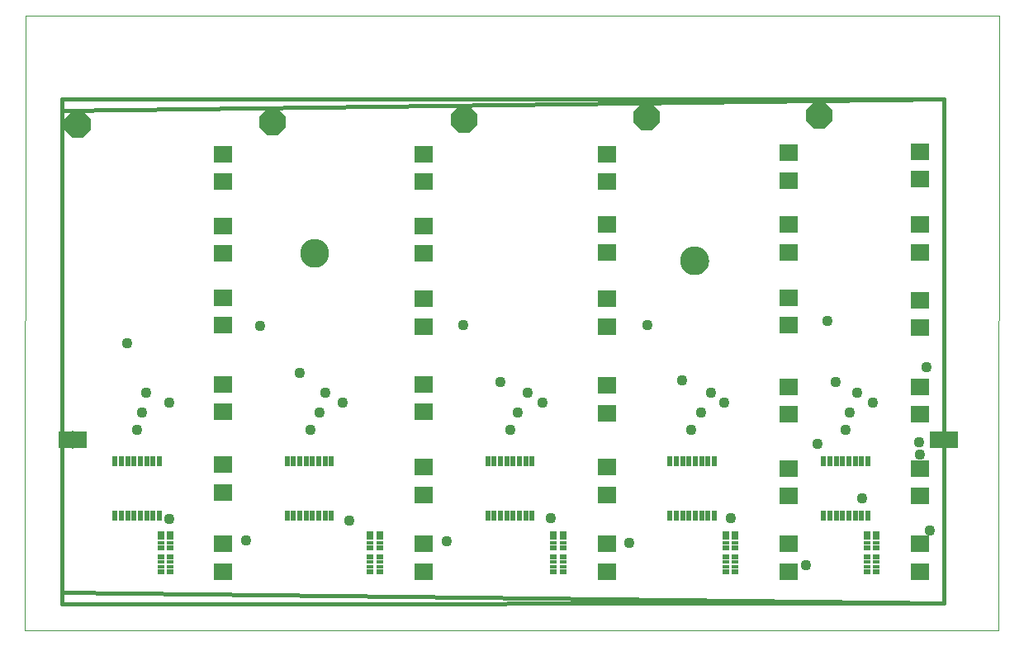
<source format=gts>
G75*
%MOIN*%
%OFA0B0*%
%FSLAX25Y25*%
%IPPOS*%
%LPD*%
%AMOC8*
5,1,8,0,0,1.08239X$1,22.5*
%
%ADD10C,0.00000*%
%ADD11C,0.01600*%
%ADD12C,0.11624*%
%ADD13R,0.07698X0.06899*%
%ADD14R,0.05200X0.06900*%
%ADD15R,0.00600X0.07200*%
%ADD16R,0.01969X0.04331*%
%ADD17R,0.02569X0.02175*%
%ADD18R,0.02569X0.01781*%
%ADD19OC8,0.10600*%
%ADD20C,0.04362*%
D10*
X0001000Y0001000D02*
X0001500Y0249501D01*
X0394621Y0249501D01*
X0394121Y0001000D01*
X0001000Y0001000D01*
X0112488Y0153500D02*
X0112490Y0153648D01*
X0112496Y0153796D01*
X0112506Y0153944D01*
X0112520Y0154091D01*
X0112538Y0154238D01*
X0112559Y0154384D01*
X0112585Y0154530D01*
X0112615Y0154675D01*
X0112648Y0154819D01*
X0112686Y0154962D01*
X0112727Y0155104D01*
X0112772Y0155245D01*
X0112820Y0155385D01*
X0112873Y0155524D01*
X0112929Y0155661D01*
X0112989Y0155796D01*
X0113052Y0155930D01*
X0113119Y0156062D01*
X0113190Y0156192D01*
X0113264Y0156320D01*
X0113341Y0156446D01*
X0113422Y0156570D01*
X0113506Y0156692D01*
X0113593Y0156811D01*
X0113684Y0156928D01*
X0113778Y0157043D01*
X0113874Y0157155D01*
X0113974Y0157265D01*
X0114076Y0157371D01*
X0114182Y0157475D01*
X0114290Y0157576D01*
X0114401Y0157674D01*
X0114514Y0157770D01*
X0114630Y0157862D01*
X0114748Y0157951D01*
X0114869Y0158036D01*
X0114992Y0158119D01*
X0115117Y0158198D01*
X0115244Y0158274D01*
X0115373Y0158346D01*
X0115504Y0158415D01*
X0115637Y0158480D01*
X0115772Y0158541D01*
X0115908Y0158599D01*
X0116045Y0158654D01*
X0116184Y0158704D01*
X0116325Y0158751D01*
X0116466Y0158794D01*
X0116609Y0158834D01*
X0116753Y0158869D01*
X0116897Y0158901D01*
X0117043Y0158928D01*
X0117189Y0158952D01*
X0117336Y0158972D01*
X0117483Y0158988D01*
X0117630Y0159000D01*
X0117778Y0159008D01*
X0117926Y0159012D01*
X0118074Y0159012D01*
X0118222Y0159008D01*
X0118370Y0159000D01*
X0118517Y0158988D01*
X0118664Y0158972D01*
X0118811Y0158952D01*
X0118957Y0158928D01*
X0119103Y0158901D01*
X0119247Y0158869D01*
X0119391Y0158834D01*
X0119534Y0158794D01*
X0119675Y0158751D01*
X0119816Y0158704D01*
X0119955Y0158654D01*
X0120092Y0158599D01*
X0120228Y0158541D01*
X0120363Y0158480D01*
X0120496Y0158415D01*
X0120627Y0158346D01*
X0120756Y0158274D01*
X0120883Y0158198D01*
X0121008Y0158119D01*
X0121131Y0158036D01*
X0121252Y0157951D01*
X0121370Y0157862D01*
X0121486Y0157770D01*
X0121599Y0157674D01*
X0121710Y0157576D01*
X0121818Y0157475D01*
X0121924Y0157371D01*
X0122026Y0157265D01*
X0122126Y0157155D01*
X0122222Y0157043D01*
X0122316Y0156928D01*
X0122407Y0156811D01*
X0122494Y0156692D01*
X0122578Y0156570D01*
X0122659Y0156446D01*
X0122736Y0156320D01*
X0122810Y0156192D01*
X0122881Y0156062D01*
X0122948Y0155930D01*
X0123011Y0155796D01*
X0123071Y0155661D01*
X0123127Y0155524D01*
X0123180Y0155385D01*
X0123228Y0155245D01*
X0123273Y0155104D01*
X0123314Y0154962D01*
X0123352Y0154819D01*
X0123385Y0154675D01*
X0123415Y0154530D01*
X0123441Y0154384D01*
X0123462Y0154238D01*
X0123480Y0154091D01*
X0123494Y0153944D01*
X0123504Y0153796D01*
X0123510Y0153648D01*
X0123512Y0153500D01*
X0123510Y0153352D01*
X0123504Y0153204D01*
X0123494Y0153056D01*
X0123480Y0152909D01*
X0123462Y0152762D01*
X0123441Y0152616D01*
X0123415Y0152470D01*
X0123385Y0152325D01*
X0123352Y0152181D01*
X0123314Y0152038D01*
X0123273Y0151896D01*
X0123228Y0151755D01*
X0123180Y0151615D01*
X0123127Y0151476D01*
X0123071Y0151339D01*
X0123011Y0151204D01*
X0122948Y0151070D01*
X0122881Y0150938D01*
X0122810Y0150808D01*
X0122736Y0150680D01*
X0122659Y0150554D01*
X0122578Y0150430D01*
X0122494Y0150308D01*
X0122407Y0150189D01*
X0122316Y0150072D01*
X0122222Y0149957D01*
X0122126Y0149845D01*
X0122026Y0149735D01*
X0121924Y0149629D01*
X0121818Y0149525D01*
X0121710Y0149424D01*
X0121599Y0149326D01*
X0121486Y0149230D01*
X0121370Y0149138D01*
X0121252Y0149049D01*
X0121131Y0148964D01*
X0121008Y0148881D01*
X0120883Y0148802D01*
X0120756Y0148726D01*
X0120627Y0148654D01*
X0120496Y0148585D01*
X0120363Y0148520D01*
X0120228Y0148459D01*
X0120092Y0148401D01*
X0119955Y0148346D01*
X0119816Y0148296D01*
X0119675Y0148249D01*
X0119534Y0148206D01*
X0119391Y0148166D01*
X0119247Y0148131D01*
X0119103Y0148099D01*
X0118957Y0148072D01*
X0118811Y0148048D01*
X0118664Y0148028D01*
X0118517Y0148012D01*
X0118370Y0148000D01*
X0118222Y0147992D01*
X0118074Y0147988D01*
X0117926Y0147988D01*
X0117778Y0147992D01*
X0117630Y0148000D01*
X0117483Y0148012D01*
X0117336Y0148028D01*
X0117189Y0148048D01*
X0117043Y0148072D01*
X0116897Y0148099D01*
X0116753Y0148131D01*
X0116609Y0148166D01*
X0116466Y0148206D01*
X0116325Y0148249D01*
X0116184Y0148296D01*
X0116045Y0148346D01*
X0115908Y0148401D01*
X0115772Y0148459D01*
X0115637Y0148520D01*
X0115504Y0148585D01*
X0115373Y0148654D01*
X0115244Y0148726D01*
X0115117Y0148802D01*
X0114992Y0148881D01*
X0114869Y0148964D01*
X0114748Y0149049D01*
X0114630Y0149138D01*
X0114514Y0149230D01*
X0114401Y0149326D01*
X0114290Y0149424D01*
X0114182Y0149525D01*
X0114076Y0149629D01*
X0113974Y0149735D01*
X0113874Y0149845D01*
X0113778Y0149957D01*
X0113684Y0150072D01*
X0113593Y0150189D01*
X0113506Y0150308D01*
X0113422Y0150430D01*
X0113341Y0150554D01*
X0113264Y0150680D01*
X0113190Y0150808D01*
X0113119Y0150938D01*
X0113052Y0151070D01*
X0112989Y0151204D01*
X0112929Y0151339D01*
X0112873Y0151476D01*
X0112820Y0151615D01*
X0112772Y0151755D01*
X0112727Y0151896D01*
X0112686Y0152038D01*
X0112648Y0152181D01*
X0112615Y0152325D01*
X0112585Y0152470D01*
X0112559Y0152616D01*
X0112538Y0152762D01*
X0112520Y0152909D01*
X0112506Y0153056D01*
X0112496Y0153204D01*
X0112490Y0153352D01*
X0112488Y0153500D01*
X0265988Y0150500D02*
X0265990Y0150648D01*
X0265996Y0150796D01*
X0266006Y0150944D01*
X0266020Y0151091D01*
X0266038Y0151238D01*
X0266059Y0151384D01*
X0266085Y0151530D01*
X0266115Y0151675D01*
X0266148Y0151819D01*
X0266186Y0151962D01*
X0266227Y0152104D01*
X0266272Y0152245D01*
X0266320Y0152385D01*
X0266373Y0152524D01*
X0266429Y0152661D01*
X0266489Y0152796D01*
X0266552Y0152930D01*
X0266619Y0153062D01*
X0266690Y0153192D01*
X0266764Y0153320D01*
X0266841Y0153446D01*
X0266922Y0153570D01*
X0267006Y0153692D01*
X0267093Y0153811D01*
X0267184Y0153928D01*
X0267278Y0154043D01*
X0267374Y0154155D01*
X0267474Y0154265D01*
X0267576Y0154371D01*
X0267682Y0154475D01*
X0267790Y0154576D01*
X0267901Y0154674D01*
X0268014Y0154770D01*
X0268130Y0154862D01*
X0268248Y0154951D01*
X0268369Y0155036D01*
X0268492Y0155119D01*
X0268617Y0155198D01*
X0268744Y0155274D01*
X0268873Y0155346D01*
X0269004Y0155415D01*
X0269137Y0155480D01*
X0269272Y0155541D01*
X0269408Y0155599D01*
X0269545Y0155654D01*
X0269684Y0155704D01*
X0269825Y0155751D01*
X0269966Y0155794D01*
X0270109Y0155834D01*
X0270253Y0155869D01*
X0270397Y0155901D01*
X0270543Y0155928D01*
X0270689Y0155952D01*
X0270836Y0155972D01*
X0270983Y0155988D01*
X0271130Y0156000D01*
X0271278Y0156008D01*
X0271426Y0156012D01*
X0271574Y0156012D01*
X0271722Y0156008D01*
X0271870Y0156000D01*
X0272017Y0155988D01*
X0272164Y0155972D01*
X0272311Y0155952D01*
X0272457Y0155928D01*
X0272603Y0155901D01*
X0272747Y0155869D01*
X0272891Y0155834D01*
X0273034Y0155794D01*
X0273175Y0155751D01*
X0273316Y0155704D01*
X0273455Y0155654D01*
X0273592Y0155599D01*
X0273728Y0155541D01*
X0273863Y0155480D01*
X0273996Y0155415D01*
X0274127Y0155346D01*
X0274256Y0155274D01*
X0274383Y0155198D01*
X0274508Y0155119D01*
X0274631Y0155036D01*
X0274752Y0154951D01*
X0274870Y0154862D01*
X0274986Y0154770D01*
X0275099Y0154674D01*
X0275210Y0154576D01*
X0275318Y0154475D01*
X0275424Y0154371D01*
X0275526Y0154265D01*
X0275626Y0154155D01*
X0275722Y0154043D01*
X0275816Y0153928D01*
X0275907Y0153811D01*
X0275994Y0153692D01*
X0276078Y0153570D01*
X0276159Y0153446D01*
X0276236Y0153320D01*
X0276310Y0153192D01*
X0276381Y0153062D01*
X0276448Y0152930D01*
X0276511Y0152796D01*
X0276571Y0152661D01*
X0276627Y0152524D01*
X0276680Y0152385D01*
X0276728Y0152245D01*
X0276773Y0152104D01*
X0276814Y0151962D01*
X0276852Y0151819D01*
X0276885Y0151675D01*
X0276915Y0151530D01*
X0276941Y0151384D01*
X0276962Y0151238D01*
X0276980Y0151091D01*
X0276994Y0150944D01*
X0277004Y0150796D01*
X0277010Y0150648D01*
X0277012Y0150500D01*
X0277010Y0150352D01*
X0277004Y0150204D01*
X0276994Y0150056D01*
X0276980Y0149909D01*
X0276962Y0149762D01*
X0276941Y0149616D01*
X0276915Y0149470D01*
X0276885Y0149325D01*
X0276852Y0149181D01*
X0276814Y0149038D01*
X0276773Y0148896D01*
X0276728Y0148755D01*
X0276680Y0148615D01*
X0276627Y0148476D01*
X0276571Y0148339D01*
X0276511Y0148204D01*
X0276448Y0148070D01*
X0276381Y0147938D01*
X0276310Y0147808D01*
X0276236Y0147680D01*
X0276159Y0147554D01*
X0276078Y0147430D01*
X0275994Y0147308D01*
X0275907Y0147189D01*
X0275816Y0147072D01*
X0275722Y0146957D01*
X0275626Y0146845D01*
X0275526Y0146735D01*
X0275424Y0146629D01*
X0275318Y0146525D01*
X0275210Y0146424D01*
X0275099Y0146326D01*
X0274986Y0146230D01*
X0274870Y0146138D01*
X0274752Y0146049D01*
X0274631Y0145964D01*
X0274508Y0145881D01*
X0274383Y0145802D01*
X0274256Y0145726D01*
X0274127Y0145654D01*
X0273996Y0145585D01*
X0273863Y0145520D01*
X0273728Y0145459D01*
X0273592Y0145401D01*
X0273455Y0145346D01*
X0273316Y0145296D01*
X0273175Y0145249D01*
X0273034Y0145206D01*
X0272891Y0145166D01*
X0272747Y0145131D01*
X0272603Y0145099D01*
X0272457Y0145072D01*
X0272311Y0145048D01*
X0272164Y0145028D01*
X0272017Y0145012D01*
X0271870Y0145000D01*
X0271722Y0144992D01*
X0271574Y0144988D01*
X0271426Y0144988D01*
X0271278Y0144992D01*
X0271130Y0145000D01*
X0270983Y0145012D01*
X0270836Y0145028D01*
X0270689Y0145048D01*
X0270543Y0145072D01*
X0270397Y0145099D01*
X0270253Y0145131D01*
X0270109Y0145166D01*
X0269966Y0145206D01*
X0269825Y0145249D01*
X0269684Y0145296D01*
X0269545Y0145346D01*
X0269408Y0145401D01*
X0269272Y0145459D01*
X0269137Y0145520D01*
X0269004Y0145585D01*
X0268873Y0145654D01*
X0268744Y0145726D01*
X0268617Y0145802D01*
X0268492Y0145881D01*
X0268369Y0145964D01*
X0268248Y0146049D01*
X0268130Y0146138D01*
X0268014Y0146230D01*
X0267901Y0146326D01*
X0267790Y0146424D01*
X0267682Y0146525D01*
X0267576Y0146629D01*
X0267474Y0146735D01*
X0267374Y0146845D01*
X0267278Y0146957D01*
X0267184Y0147072D01*
X0267093Y0147189D01*
X0267006Y0147308D01*
X0266922Y0147430D01*
X0266841Y0147554D01*
X0266764Y0147680D01*
X0266690Y0147808D01*
X0266619Y0147938D01*
X0266552Y0148070D01*
X0266489Y0148204D01*
X0266429Y0148339D01*
X0266373Y0148476D01*
X0266320Y0148615D01*
X0266272Y0148755D01*
X0266227Y0148896D01*
X0266186Y0149038D01*
X0266148Y0149181D01*
X0266115Y0149325D01*
X0266085Y0149470D01*
X0266059Y0149616D01*
X0266038Y0149762D01*
X0266020Y0149909D01*
X0266006Y0150056D01*
X0265996Y0150204D01*
X0265990Y0150352D01*
X0265988Y0150500D01*
D11*
X0372200Y0215800D02*
X0016000Y0211200D01*
X0016000Y0215800D01*
X0372200Y0215800D01*
X0372250Y0215800D01*
X0372250Y0012000D01*
X0016000Y0011800D01*
X0016000Y0016500D01*
X0372300Y0012000D01*
X0016000Y0016500D02*
X0016000Y0030500D01*
X0016000Y0062000D01*
X0016000Y0211200D01*
D12*
X0118000Y0153500D03*
X0271500Y0150500D03*
D13*
X0236000Y0153902D03*
X0236000Y0165098D03*
X0236000Y0182402D03*
X0236000Y0193598D03*
X0309500Y0194098D03*
X0309500Y0182902D03*
X0309500Y0165098D03*
X0309500Y0153902D03*
X0309500Y0135598D03*
X0309500Y0124402D03*
X0309500Y0099598D03*
X0309500Y0088402D03*
X0309500Y0066598D03*
X0309500Y0055402D03*
X0309500Y0036098D03*
X0309500Y0024902D03*
X0362500Y0024902D03*
X0362500Y0036098D03*
X0362500Y0055402D03*
X0362500Y0066598D03*
X0362500Y0088402D03*
X0362500Y0099598D03*
X0362500Y0123402D03*
X0362500Y0134598D03*
X0362500Y0153902D03*
X0362500Y0165098D03*
X0362500Y0183402D03*
X0362500Y0194598D03*
X0236000Y0135098D03*
X0236000Y0123902D03*
X0236000Y0100098D03*
X0236000Y0088902D03*
X0236000Y0067098D03*
X0236000Y0055902D03*
X0236000Y0036098D03*
X0236000Y0024902D03*
X0162000Y0024902D03*
X0162000Y0036098D03*
X0162000Y0055902D03*
X0162000Y0067098D03*
X0162000Y0089402D03*
X0162000Y0100598D03*
X0162000Y0123902D03*
X0162000Y0135098D03*
X0162000Y0153402D03*
X0162000Y0164598D03*
X0162000Y0182402D03*
X0162000Y0193598D03*
X0081000Y0193598D03*
X0081000Y0182402D03*
X0081000Y0164598D03*
X0081000Y0153402D03*
X0081000Y0135598D03*
X0081000Y0124402D03*
X0081000Y0100598D03*
X0081000Y0089402D03*
X0081000Y0068098D03*
X0081000Y0056902D03*
X0081000Y0036098D03*
X0081000Y0024902D03*
D14*
X0023500Y0078000D03*
X0017500Y0078000D03*
X0369000Y0078000D03*
X0375000Y0078000D03*
D15*
X0372000Y0078000D03*
X0020500Y0078000D03*
D16*
X0037543Y0069425D03*
X0040102Y0069425D03*
X0042661Y0069425D03*
X0045220Y0069425D03*
X0047780Y0069425D03*
X0050339Y0069425D03*
X0052898Y0069425D03*
X0055457Y0069425D03*
X0055457Y0047575D03*
X0052898Y0047575D03*
X0050339Y0047575D03*
X0047780Y0047575D03*
X0045220Y0047575D03*
X0042661Y0047575D03*
X0040102Y0047575D03*
X0037543Y0047575D03*
X0107043Y0047575D03*
X0109602Y0047575D03*
X0112161Y0047575D03*
X0114720Y0047575D03*
X0117280Y0047575D03*
X0119839Y0047575D03*
X0122398Y0047575D03*
X0124957Y0047575D03*
X0124957Y0069425D03*
X0122398Y0069425D03*
X0119839Y0069425D03*
X0117280Y0069425D03*
X0114720Y0069425D03*
X0112161Y0069425D03*
X0109602Y0069425D03*
X0107043Y0069425D03*
X0188043Y0069425D03*
X0190602Y0069425D03*
X0193161Y0069425D03*
X0195720Y0069425D03*
X0198280Y0069425D03*
X0200839Y0069425D03*
X0203398Y0069425D03*
X0205957Y0069425D03*
X0205957Y0047575D03*
X0203398Y0047575D03*
X0200839Y0047575D03*
X0198280Y0047575D03*
X0195720Y0047575D03*
X0193161Y0047575D03*
X0190602Y0047575D03*
X0188043Y0047575D03*
X0261543Y0047575D03*
X0264102Y0047575D03*
X0266661Y0047575D03*
X0269220Y0047575D03*
X0271780Y0047575D03*
X0274339Y0047575D03*
X0276898Y0047575D03*
X0279457Y0047575D03*
X0279457Y0069425D03*
X0276898Y0069425D03*
X0274339Y0069425D03*
X0271780Y0069425D03*
X0269220Y0069425D03*
X0266661Y0069425D03*
X0264102Y0069425D03*
X0261543Y0069425D03*
X0323543Y0069425D03*
X0326102Y0069425D03*
X0328661Y0069425D03*
X0331220Y0069425D03*
X0333780Y0069425D03*
X0336339Y0069425D03*
X0338898Y0069425D03*
X0341457Y0069425D03*
X0341457Y0047575D03*
X0338898Y0047575D03*
X0336339Y0047575D03*
X0333780Y0047575D03*
X0331220Y0047575D03*
X0328661Y0047575D03*
X0326102Y0047575D03*
X0323543Y0047575D03*
D17*
X0341031Y0040256D03*
X0344969Y0040256D03*
X0344969Y0034350D03*
X0344969Y0030756D03*
X0341031Y0030756D03*
X0341031Y0034350D03*
X0341031Y0024850D03*
X0344969Y0024850D03*
X0287969Y0024850D03*
X0284031Y0024850D03*
X0284031Y0030756D03*
X0284031Y0034350D03*
X0287969Y0034350D03*
X0287969Y0030756D03*
X0287969Y0040256D03*
X0284031Y0040256D03*
X0218469Y0040256D03*
X0214531Y0040256D03*
X0214531Y0034350D03*
X0214531Y0030756D03*
X0218469Y0030756D03*
X0218469Y0034350D03*
X0218469Y0024850D03*
X0214531Y0024850D03*
X0144469Y0024850D03*
X0140531Y0024850D03*
X0140531Y0030756D03*
X0140531Y0034350D03*
X0144469Y0034350D03*
X0144469Y0030756D03*
X0144469Y0040256D03*
X0140531Y0040256D03*
X0059969Y0040256D03*
X0056031Y0040256D03*
X0056031Y0034350D03*
X0056031Y0030756D03*
X0059969Y0030756D03*
X0059969Y0034350D03*
X0059969Y0024850D03*
X0056031Y0024850D03*
D18*
X0056031Y0026819D03*
X0056031Y0028787D03*
X0059969Y0028787D03*
X0059969Y0026819D03*
X0059969Y0036319D03*
X0059969Y0038287D03*
X0056031Y0038287D03*
X0056031Y0036319D03*
X0140531Y0036319D03*
X0140531Y0038287D03*
X0144469Y0038287D03*
X0144469Y0036319D03*
X0144469Y0028787D03*
X0144469Y0026819D03*
X0140531Y0026819D03*
X0140531Y0028787D03*
X0214531Y0028787D03*
X0214531Y0026819D03*
X0218469Y0026819D03*
X0218469Y0028787D03*
X0218469Y0036319D03*
X0218469Y0038287D03*
X0214531Y0038287D03*
X0214531Y0036319D03*
X0284031Y0036319D03*
X0284031Y0038287D03*
X0287969Y0038287D03*
X0287969Y0036319D03*
X0287969Y0028787D03*
X0287969Y0026819D03*
X0284031Y0026819D03*
X0284031Y0028787D03*
X0341031Y0028787D03*
X0341031Y0026819D03*
X0344969Y0026819D03*
X0344969Y0028787D03*
X0344969Y0036319D03*
X0344969Y0038287D03*
X0341031Y0038287D03*
X0341031Y0036319D03*
D19*
X0178550Y0207400D03*
X0252200Y0208400D03*
X0321700Y0209050D03*
X0101050Y0206500D03*
X0022350Y0205300D03*
D20*
X0096000Y0124000D03*
X0112000Y0105000D03*
X0122500Y0097000D03*
X0129500Y0093000D03*
X0120000Y0089000D03*
X0116500Y0082000D03*
X0132000Y0045500D03*
X0171500Y0037000D03*
X0213500Y0046500D03*
X0245000Y0036500D03*
X0286000Y0046500D03*
X0316500Y0027500D03*
X0339000Y0054500D03*
X0362500Y0072000D03*
X0362000Y0077000D03*
X0343500Y0093000D03*
X0337000Y0097000D03*
X0328500Y0101500D03*
X0334000Y0089000D03*
X0332500Y0082000D03*
X0321000Y0076500D03*
X0283500Y0093000D03*
X0278000Y0097000D03*
X0274000Y0089000D03*
X0270000Y0082000D03*
X0266500Y0102000D03*
X0252500Y0124500D03*
X0210000Y0093000D03*
X0204000Y0097000D03*
X0200000Y0089000D03*
X0197000Y0082000D03*
X0193000Y0101500D03*
X0178000Y0124500D03*
X0059500Y0093000D03*
X0050000Y0097000D03*
X0048500Y0089000D03*
X0046500Y0082000D03*
X0042500Y0117000D03*
X0059500Y0046000D03*
X0090500Y0037500D03*
X0325000Y0126000D03*
X0365000Y0107500D03*
X0366500Y0041500D03*
M02*

</source>
